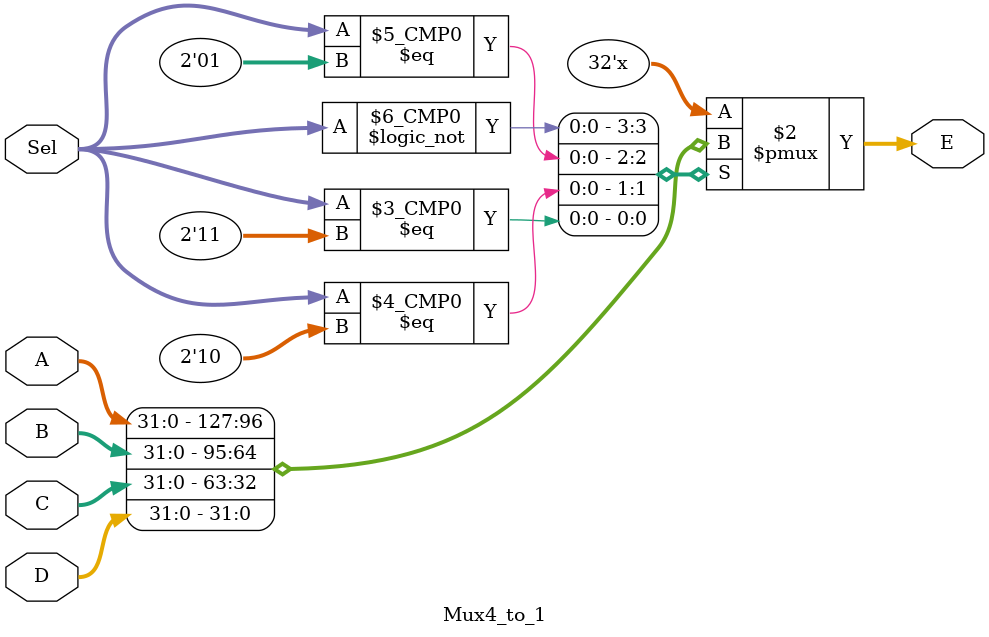
<source format=v>
`timescale 1ns / 1ps


module Mux4_to_1#(
    parameter DATA_WIDTH = 32
)(
    input wire [1:0] Sel,
    input wire [DATA_WIDTH - 1:0] A,
    input wire [DATA_WIDTH - 1:0] B,
    input wire [DATA_WIDTH - 1:0] C,
    input wire [DATA_WIDTH - 1:0] D,
    output reg [DATA_WIDTH - 1:0] E
    );
    always@(*) begin
        case(Sel) 
            2'b00: E = A;
            2'b01: E = B;
            2'b10: E = C;
            2'b11: E = D;
        endcase
    end
endmodule

</source>
